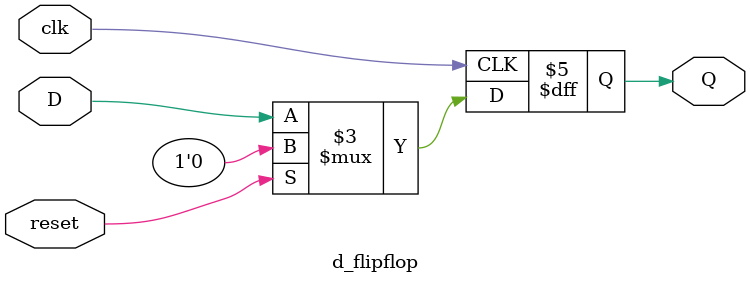
<source format=v>
`timescale 1ns / 1ps

module d_flipflop (
    input D,
    input clk,
    input reset,     // Synchronous reset
    output reg Q
);

    always @(posedge clk) begin
        if (reset) 
            Q <= 0;
        else 
            Q <= D;
    end

endmodule




</source>
